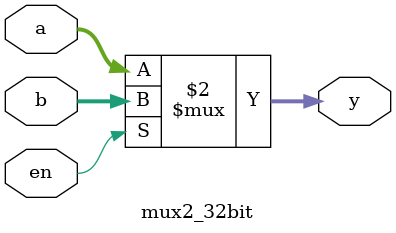
<source format=v>
module mux2_32bit(en,a,b,y);//2-to-1 mux 32bits
//set input output
	input en;
	input [31:0]a,b;
	output [31:0]y;
	//assign y
	assign y=((en==1'b0)?a:b);
endmodule

</source>
